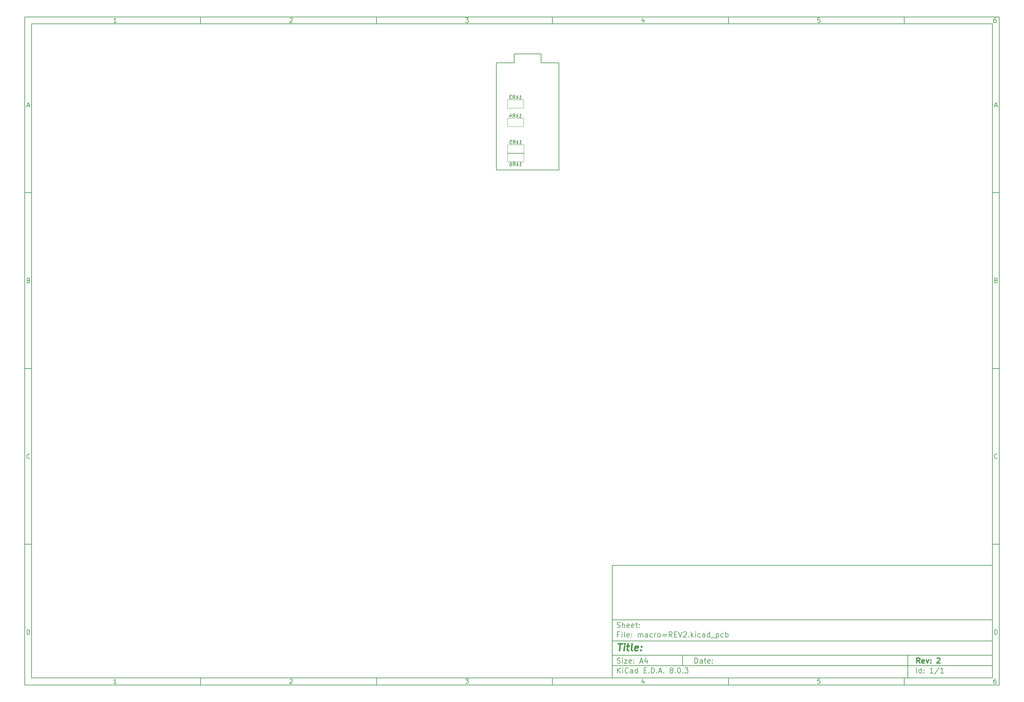
<source format=gbr>
%TF.GenerationSoftware,KiCad,Pcbnew,8.0.3*%
%TF.CreationDate,2024-06-20T00:33:24+02:00*%
%TF.ProjectId,macro=REV2,6d616372-6f3d-4524-9556-322e6b696361,2*%
%TF.SameCoordinates,Original*%
%TF.FileFunction,Legend,Bot*%
%TF.FilePolarity,Positive*%
%FSLAX46Y46*%
G04 Gerber Fmt 4.6, Leading zero omitted, Abs format (unit mm)*
G04 Created by KiCad (PCBNEW 8.0.3) date 2024-06-20 00:33:24*
%MOMM*%
%LPD*%
G01*
G04 APERTURE LIST*
%ADD10C,0.100000*%
%ADD11C,0.150000*%
%ADD12C,0.300000*%
%ADD13C,0.400000*%
%ADD14C,0.120000*%
G04 APERTURE END LIST*
D10*
D11*
X177002200Y-166007200D02*
X285002200Y-166007200D01*
X285002200Y-198007200D01*
X177002200Y-198007200D01*
X177002200Y-166007200D01*
D10*
D11*
X10000000Y-10000000D02*
X287002200Y-10000000D01*
X287002200Y-200007200D01*
X10000000Y-200007200D01*
X10000000Y-10000000D01*
D10*
D11*
X12000000Y-12000000D02*
X285002200Y-12000000D01*
X285002200Y-198007200D01*
X12000000Y-198007200D01*
X12000000Y-12000000D01*
D10*
D11*
X60000000Y-12000000D02*
X60000000Y-10000000D01*
D10*
D11*
X110000000Y-12000000D02*
X110000000Y-10000000D01*
D10*
D11*
X160000000Y-12000000D02*
X160000000Y-10000000D01*
D10*
D11*
X210000000Y-12000000D02*
X210000000Y-10000000D01*
D10*
D11*
X260000000Y-12000000D02*
X260000000Y-10000000D01*
D10*
D11*
X36089160Y-11593604D02*
X35346303Y-11593604D01*
X35717731Y-11593604D02*
X35717731Y-10293604D01*
X35717731Y-10293604D02*
X35593922Y-10479319D01*
X35593922Y-10479319D02*
X35470112Y-10603128D01*
X35470112Y-10603128D02*
X35346303Y-10665033D01*
D10*
D11*
X85346303Y-10417414D02*
X85408207Y-10355509D01*
X85408207Y-10355509D02*
X85532017Y-10293604D01*
X85532017Y-10293604D02*
X85841541Y-10293604D01*
X85841541Y-10293604D02*
X85965350Y-10355509D01*
X85965350Y-10355509D02*
X86027255Y-10417414D01*
X86027255Y-10417414D02*
X86089160Y-10541223D01*
X86089160Y-10541223D02*
X86089160Y-10665033D01*
X86089160Y-10665033D02*
X86027255Y-10850747D01*
X86027255Y-10850747D02*
X85284398Y-11593604D01*
X85284398Y-11593604D02*
X86089160Y-11593604D01*
D10*
D11*
X135284398Y-10293604D02*
X136089160Y-10293604D01*
X136089160Y-10293604D02*
X135655826Y-10788842D01*
X135655826Y-10788842D02*
X135841541Y-10788842D01*
X135841541Y-10788842D02*
X135965350Y-10850747D01*
X135965350Y-10850747D02*
X136027255Y-10912652D01*
X136027255Y-10912652D02*
X136089160Y-11036461D01*
X136089160Y-11036461D02*
X136089160Y-11345985D01*
X136089160Y-11345985D02*
X136027255Y-11469795D01*
X136027255Y-11469795D02*
X135965350Y-11531700D01*
X135965350Y-11531700D02*
X135841541Y-11593604D01*
X135841541Y-11593604D02*
X135470112Y-11593604D01*
X135470112Y-11593604D02*
X135346303Y-11531700D01*
X135346303Y-11531700D02*
X135284398Y-11469795D01*
D10*
D11*
X185965350Y-10726938D02*
X185965350Y-11593604D01*
X185655826Y-10231700D02*
X185346303Y-11160271D01*
X185346303Y-11160271D02*
X186151064Y-11160271D01*
D10*
D11*
X236027255Y-10293604D02*
X235408207Y-10293604D01*
X235408207Y-10293604D02*
X235346303Y-10912652D01*
X235346303Y-10912652D02*
X235408207Y-10850747D01*
X235408207Y-10850747D02*
X235532017Y-10788842D01*
X235532017Y-10788842D02*
X235841541Y-10788842D01*
X235841541Y-10788842D02*
X235965350Y-10850747D01*
X235965350Y-10850747D02*
X236027255Y-10912652D01*
X236027255Y-10912652D02*
X236089160Y-11036461D01*
X236089160Y-11036461D02*
X236089160Y-11345985D01*
X236089160Y-11345985D02*
X236027255Y-11469795D01*
X236027255Y-11469795D02*
X235965350Y-11531700D01*
X235965350Y-11531700D02*
X235841541Y-11593604D01*
X235841541Y-11593604D02*
X235532017Y-11593604D01*
X235532017Y-11593604D02*
X235408207Y-11531700D01*
X235408207Y-11531700D02*
X235346303Y-11469795D01*
D10*
D11*
X285965350Y-10293604D02*
X285717731Y-10293604D01*
X285717731Y-10293604D02*
X285593922Y-10355509D01*
X285593922Y-10355509D02*
X285532017Y-10417414D01*
X285532017Y-10417414D02*
X285408207Y-10603128D01*
X285408207Y-10603128D02*
X285346303Y-10850747D01*
X285346303Y-10850747D02*
X285346303Y-11345985D01*
X285346303Y-11345985D02*
X285408207Y-11469795D01*
X285408207Y-11469795D02*
X285470112Y-11531700D01*
X285470112Y-11531700D02*
X285593922Y-11593604D01*
X285593922Y-11593604D02*
X285841541Y-11593604D01*
X285841541Y-11593604D02*
X285965350Y-11531700D01*
X285965350Y-11531700D02*
X286027255Y-11469795D01*
X286027255Y-11469795D02*
X286089160Y-11345985D01*
X286089160Y-11345985D02*
X286089160Y-11036461D01*
X286089160Y-11036461D02*
X286027255Y-10912652D01*
X286027255Y-10912652D02*
X285965350Y-10850747D01*
X285965350Y-10850747D02*
X285841541Y-10788842D01*
X285841541Y-10788842D02*
X285593922Y-10788842D01*
X285593922Y-10788842D02*
X285470112Y-10850747D01*
X285470112Y-10850747D02*
X285408207Y-10912652D01*
X285408207Y-10912652D02*
X285346303Y-11036461D01*
D10*
D11*
X60000000Y-198007200D02*
X60000000Y-200007200D01*
D10*
D11*
X110000000Y-198007200D02*
X110000000Y-200007200D01*
D10*
D11*
X160000000Y-198007200D02*
X160000000Y-200007200D01*
D10*
D11*
X210000000Y-198007200D02*
X210000000Y-200007200D01*
D10*
D11*
X260000000Y-198007200D02*
X260000000Y-200007200D01*
D10*
D11*
X36089160Y-199600804D02*
X35346303Y-199600804D01*
X35717731Y-199600804D02*
X35717731Y-198300804D01*
X35717731Y-198300804D02*
X35593922Y-198486519D01*
X35593922Y-198486519D02*
X35470112Y-198610328D01*
X35470112Y-198610328D02*
X35346303Y-198672233D01*
D10*
D11*
X85346303Y-198424614D02*
X85408207Y-198362709D01*
X85408207Y-198362709D02*
X85532017Y-198300804D01*
X85532017Y-198300804D02*
X85841541Y-198300804D01*
X85841541Y-198300804D02*
X85965350Y-198362709D01*
X85965350Y-198362709D02*
X86027255Y-198424614D01*
X86027255Y-198424614D02*
X86089160Y-198548423D01*
X86089160Y-198548423D02*
X86089160Y-198672233D01*
X86089160Y-198672233D02*
X86027255Y-198857947D01*
X86027255Y-198857947D02*
X85284398Y-199600804D01*
X85284398Y-199600804D02*
X86089160Y-199600804D01*
D10*
D11*
X135284398Y-198300804D02*
X136089160Y-198300804D01*
X136089160Y-198300804D02*
X135655826Y-198796042D01*
X135655826Y-198796042D02*
X135841541Y-198796042D01*
X135841541Y-198796042D02*
X135965350Y-198857947D01*
X135965350Y-198857947D02*
X136027255Y-198919852D01*
X136027255Y-198919852D02*
X136089160Y-199043661D01*
X136089160Y-199043661D02*
X136089160Y-199353185D01*
X136089160Y-199353185D02*
X136027255Y-199476995D01*
X136027255Y-199476995D02*
X135965350Y-199538900D01*
X135965350Y-199538900D02*
X135841541Y-199600804D01*
X135841541Y-199600804D02*
X135470112Y-199600804D01*
X135470112Y-199600804D02*
X135346303Y-199538900D01*
X135346303Y-199538900D02*
X135284398Y-199476995D01*
D10*
D11*
X185965350Y-198734138D02*
X185965350Y-199600804D01*
X185655826Y-198238900D02*
X185346303Y-199167471D01*
X185346303Y-199167471D02*
X186151064Y-199167471D01*
D10*
D11*
X236027255Y-198300804D02*
X235408207Y-198300804D01*
X235408207Y-198300804D02*
X235346303Y-198919852D01*
X235346303Y-198919852D02*
X235408207Y-198857947D01*
X235408207Y-198857947D02*
X235532017Y-198796042D01*
X235532017Y-198796042D02*
X235841541Y-198796042D01*
X235841541Y-198796042D02*
X235965350Y-198857947D01*
X235965350Y-198857947D02*
X236027255Y-198919852D01*
X236027255Y-198919852D02*
X236089160Y-199043661D01*
X236089160Y-199043661D02*
X236089160Y-199353185D01*
X236089160Y-199353185D02*
X236027255Y-199476995D01*
X236027255Y-199476995D02*
X235965350Y-199538900D01*
X235965350Y-199538900D02*
X235841541Y-199600804D01*
X235841541Y-199600804D02*
X235532017Y-199600804D01*
X235532017Y-199600804D02*
X235408207Y-199538900D01*
X235408207Y-199538900D02*
X235346303Y-199476995D01*
D10*
D11*
X285965350Y-198300804D02*
X285717731Y-198300804D01*
X285717731Y-198300804D02*
X285593922Y-198362709D01*
X285593922Y-198362709D02*
X285532017Y-198424614D01*
X285532017Y-198424614D02*
X285408207Y-198610328D01*
X285408207Y-198610328D02*
X285346303Y-198857947D01*
X285346303Y-198857947D02*
X285346303Y-199353185D01*
X285346303Y-199353185D02*
X285408207Y-199476995D01*
X285408207Y-199476995D02*
X285470112Y-199538900D01*
X285470112Y-199538900D02*
X285593922Y-199600804D01*
X285593922Y-199600804D02*
X285841541Y-199600804D01*
X285841541Y-199600804D02*
X285965350Y-199538900D01*
X285965350Y-199538900D02*
X286027255Y-199476995D01*
X286027255Y-199476995D02*
X286089160Y-199353185D01*
X286089160Y-199353185D02*
X286089160Y-199043661D01*
X286089160Y-199043661D02*
X286027255Y-198919852D01*
X286027255Y-198919852D02*
X285965350Y-198857947D01*
X285965350Y-198857947D02*
X285841541Y-198796042D01*
X285841541Y-198796042D02*
X285593922Y-198796042D01*
X285593922Y-198796042D02*
X285470112Y-198857947D01*
X285470112Y-198857947D02*
X285408207Y-198919852D01*
X285408207Y-198919852D02*
X285346303Y-199043661D01*
D10*
D11*
X10000000Y-60000000D02*
X12000000Y-60000000D01*
D10*
D11*
X10000000Y-110000000D02*
X12000000Y-110000000D01*
D10*
D11*
X10000000Y-160000000D02*
X12000000Y-160000000D01*
D10*
D11*
X10690476Y-35222176D02*
X11309523Y-35222176D01*
X10566666Y-35593604D02*
X10999999Y-34293604D01*
X10999999Y-34293604D02*
X11433333Y-35593604D01*
D10*
D11*
X11092857Y-84912652D02*
X11278571Y-84974557D01*
X11278571Y-84974557D02*
X11340476Y-85036461D01*
X11340476Y-85036461D02*
X11402380Y-85160271D01*
X11402380Y-85160271D02*
X11402380Y-85345985D01*
X11402380Y-85345985D02*
X11340476Y-85469795D01*
X11340476Y-85469795D02*
X11278571Y-85531700D01*
X11278571Y-85531700D02*
X11154761Y-85593604D01*
X11154761Y-85593604D02*
X10659523Y-85593604D01*
X10659523Y-85593604D02*
X10659523Y-84293604D01*
X10659523Y-84293604D02*
X11092857Y-84293604D01*
X11092857Y-84293604D02*
X11216666Y-84355509D01*
X11216666Y-84355509D02*
X11278571Y-84417414D01*
X11278571Y-84417414D02*
X11340476Y-84541223D01*
X11340476Y-84541223D02*
X11340476Y-84665033D01*
X11340476Y-84665033D02*
X11278571Y-84788842D01*
X11278571Y-84788842D02*
X11216666Y-84850747D01*
X11216666Y-84850747D02*
X11092857Y-84912652D01*
X11092857Y-84912652D02*
X10659523Y-84912652D01*
D10*
D11*
X11402380Y-135469795D02*
X11340476Y-135531700D01*
X11340476Y-135531700D02*
X11154761Y-135593604D01*
X11154761Y-135593604D02*
X11030952Y-135593604D01*
X11030952Y-135593604D02*
X10845238Y-135531700D01*
X10845238Y-135531700D02*
X10721428Y-135407890D01*
X10721428Y-135407890D02*
X10659523Y-135284080D01*
X10659523Y-135284080D02*
X10597619Y-135036461D01*
X10597619Y-135036461D02*
X10597619Y-134850747D01*
X10597619Y-134850747D02*
X10659523Y-134603128D01*
X10659523Y-134603128D02*
X10721428Y-134479319D01*
X10721428Y-134479319D02*
X10845238Y-134355509D01*
X10845238Y-134355509D02*
X11030952Y-134293604D01*
X11030952Y-134293604D02*
X11154761Y-134293604D01*
X11154761Y-134293604D02*
X11340476Y-134355509D01*
X11340476Y-134355509D02*
X11402380Y-134417414D01*
D10*
D11*
X10659523Y-185593604D02*
X10659523Y-184293604D01*
X10659523Y-184293604D02*
X10969047Y-184293604D01*
X10969047Y-184293604D02*
X11154761Y-184355509D01*
X11154761Y-184355509D02*
X11278571Y-184479319D01*
X11278571Y-184479319D02*
X11340476Y-184603128D01*
X11340476Y-184603128D02*
X11402380Y-184850747D01*
X11402380Y-184850747D02*
X11402380Y-185036461D01*
X11402380Y-185036461D02*
X11340476Y-185284080D01*
X11340476Y-185284080D02*
X11278571Y-185407890D01*
X11278571Y-185407890D02*
X11154761Y-185531700D01*
X11154761Y-185531700D02*
X10969047Y-185593604D01*
X10969047Y-185593604D02*
X10659523Y-185593604D01*
D10*
D11*
X287002200Y-60000000D02*
X285002200Y-60000000D01*
D10*
D11*
X287002200Y-110000000D02*
X285002200Y-110000000D01*
D10*
D11*
X287002200Y-160000000D02*
X285002200Y-160000000D01*
D10*
D11*
X285692676Y-35222176D02*
X286311723Y-35222176D01*
X285568866Y-35593604D02*
X286002199Y-34293604D01*
X286002199Y-34293604D02*
X286435533Y-35593604D01*
D10*
D11*
X286095057Y-84912652D02*
X286280771Y-84974557D01*
X286280771Y-84974557D02*
X286342676Y-85036461D01*
X286342676Y-85036461D02*
X286404580Y-85160271D01*
X286404580Y-85160271D02*
X286404580Y-85345985D01*
X286404580Y-85345985D02*
X286342676Y-85469795D01*
X286342676Y-85469795D02*
X286280771Y-85531700D01*
X286280771Y-85531700D02*
X286156961Y-85593604D01*
X286156961Y-85593604D02*
X285661723Y-85593604D01*
X285661723Y-85593604D02*
X285661723Y-84293604D01*
X285661723Y-84293604D02*
X286095057Y-84293604D01*
X286095057Y-84293604D02*
X286218866Y-84355509D01*
X286218866Y-84355509D02*
X286280771Y-84417414D01*
X286280771Y-84417414D02*
X286342676Y-84541223D01*
X286342676Y-84541223D02*
X286342676Y-84665033D01*
X286342676Y-84665033D02*
X286280771Y-84788842D01*
X286280771Y-84788842D02*
X286218866Y-84850747D01*
X286218866Y-84850747D02*
X286095057Y-84912652D01*
X286095057Y-84912652D02*
X285661723Y-84912652D01*
D10*
D11*
X286404580Y-135469795D02*
X286342676Y-135531700D01*
X286342676Y-135531700D02*
X286156961Y-135593604D01*
X286156961Y-135593604D02*
X286033152Y-135593604D01*
X286033152Y-135593604D02*
X285847438Y-135531700D01*
X285847438Y-135531700D02*
X285723628Y-135407890D01*
X285723628Y-135407890D02*
X285661723Y-135284080D01*
X285661723Y-135284080D02*
X285599819Y-135036461D01*
X285599819Y-135036461D02*
X285599819Y-134850747D01*
X285599819Y-134850747D02*
X285661723Y-134603128D01*
X285661723Y-134603128D02*
X285723628Y-134479319D01*
X285723628Y-134479319D02*
X285847438Y-134355509D01*
X285847438Y-134355509D02*
X286033152Y-134293604D01*
X286033152Y-134293604D02*
X286156961Y-134293604D01*
X286156961Y-134293604D02*
X286342676Y-134355509D01*
X286342676Y-134355509D02*
X286404580Y-134417414D01*
D10*
D11*
X285661723Y-185593604D02*
X285661723Y-184293604D01*
X285661723Y-184293604D02*
X285971247Y-184293604D01*
X285971247Y-184293604D02*
X286156961Y-184355509D01*
X286156961Y-184355509D02*
X286280771Y-184479319D01*
X286280771Y-184479319D02*
X286342676Y-184603128D01*
X286342676Y-184603128D02*
X286404580Y-184850747D01*
X286404580Y-184850747D02*
X286404580Y-185036461D01*
X286404580Y-185036461D02*
X286342676Y-185284080D01*
X286342676Y-185284080D02*
X286280771Y-185407890D01*
X286280771Y-185407890D02*
X286156961Y-185531700D01*
X286156961Y-185531700D02*
X285971247Y-185593604D01*
X285971247Y-185593604D02*
X285661723Y-185593604D01*
D10*
D11*
X200458026Y-193793328D02*
X200458026Y-192293328D01*
X200458026Y-192293328D02*
X200815169Y-192293328D01*
X200815169Y-192293328D02*
X201029455Y-192364757D01*
X201029455Y-192364757D02*
X201172312Y-192507614D01*
X201172312Y-192507614D02*
X201243741Y-192650471D01*
X201243741Y-192650471D02*
X201315169Y-192936185D01*
X201315169Y-192936185D02*
X201315169Y-193150471D01*
X201315169Y-193150471D02*
X201243741Y-193436185D01*
X201243741Y-193436185D02*
X201172312Y-193579042D01*
X201172312Y-193579042D02*
X201029455Y-193721900D01*
X201029455Y-193721900D02*
X200815169Y-193793328D01*
X200815169Y-193793328D02*
X200458026Y-193793328D01*
X202600884Y-193793328D02*
X202600884Y-193007614D01*
X202600884Y-193007614D02*
X202529455Y-192864757D01*
X202529455Y-192864757D02*
X202386598Y-192793328D01*
X202386598Y-192793328D02*
X202100884Y-192793328D01*
X202100884Y-192793328D02*
X201958026Y-192864757D01*
X202600884Y-193721900D02*
X202458026Y-193793328D01*
X202458026Y-193793328D02*
X202100884Y-193793328D01*
X202100884Y-193793328D02*
X201958026Y-193721900D01*
X201958026Y-193721900D02*
X201886598Y-193579042D01*
X201886598Y-193579042D02*
X201886598Y-193436185D01*
X201886598Y-193436185D02*
X201958026Y-193293328D01*
X201958026Y-193293328D02*
X202100884Y-193221900D01*
X202100884Y-193221900D02*
X202458026Y-193221900D01*
X202458026Y-193221900D02*
X202600884Y-193150471D01*
X203100884Y-192793328D02*
X203672312Y-192793328D01*
X203315169Y-192293328D02*
X203315169Y-193579042D01*
X203315169Y-193579042D02*
X203386598Y-193721900D01*
X203386598Y-193721900D02*
X203529455Y-193793328D01*
X203529455Y-193793328D02*
X203672312Y-193793328D01*
X204743741Y-193721900D02*
X204600884Y-193793328D01*
X204600884Y-193793328D02*
X204315170Y-193793328D01*
X204315170Y-193793328D02*
X204172312Y-193721900D01*
X204172312Y-193721900D02*
X204100884Y-193579042D01*
X204100884Y-193579042D02*
X204100884Y-193007614D01*
X204100884Y-193007614D02*
X204172312Y-192864757D01*
X204172312Y-192864757D02*
X204315170Y-192793328D01*
X204315170Y-192793328D02*
X204600884Y-192793328D01*
X204600884Y-192793328D02*
X204743741Y-192864757D01*
X204743741Y-192864757D02*
X204815170Y-193007614D01*
X204815170Y-193007614D02*
X204815170Y-193150471D01*
X204815170Y-193150471D02*
X204100884Y-193293328D01*
X205458026Y-193650471D02*
X205529455Y-193721900D01*
X205529455Y-193721900D02*
X205458026Y-193793328D01*
X205458026Y-193793328D02*
X205386598Y-193721900D01*
X205386598Y-193721900D02*
X205458026Y-193650471D01*
X205458026Y-193650471D02*
X205458026Y-193793328D01*
X205458026Y-192864757D02*
X205529455Y-192936185D01*
X205529455Y-192936185D02*
X205458026Y-193007614D01*
X205458026Y-193007614D02*
X205386598Y-192936185D01*
X205386598Y-192936185D02*
X205458026Y-192864757D01*
X205458026Y-192864757D02*
X205458026Y-193007614D01*
D10*
D11*
X177002200Y-194507200D02*
X285002200Y-194507200D01*
D10*
D11*
X178458026Y-196593328D02*
X178458026Y-195093328D01*
X179315169Y-196593328D02*
X178672312Y-195736185D01*
X179315169Y-195093328D02*
X178458026Y-195950471D01*
X179958026Y-196593328D02*
X179958026Y-195593328D01*
X179958026Y-195093328D02*
X179886598Y-195164757D01*
X179886598Y-195164757D02*
X179958026Y-195236185D01*
X179958026Y-195236185D02*
X180029455Y-195164757D01*
X180029455Y-195164757D02*
X179958026Y-195093328D01*
X179958026Y-195093328D02*
X179958026Y-195236185D01*
X181529455Y-196450471D02*
X181458027Y-196521900D01*
X181458027Y-196521900D02*
X181243741Y-196593328D01*
X181243741Y-196593328D02*
X181100884Y-196593328D01*
X181100884Y-196593328D02*
X180886598Y-196521900D01*
X180886598Y-196521900D02*
X180743741Y-196379042D01*
X180743741Y-196379042D02*
X180672312Y-196236185D01*
X180672312Y-196236185D02*
X180600884Y-195950471D01*
X180600884Y-195950471D02*
X180600884Y-195736185D01*
X180600884Y-195736185D02*
X180672312Y-195450471D01*
X180672312Y-195450471D02*
X180743741Y-195307614D01*
X180743741Y-195307614D02*
X180886598Y-195164757D01*
X180886598Y-195164757D02*
X181100884Y-195093328D01*
X181100884Y-195093328D02*
X181243741Y-195093328D01*
X181243741Y-195093328D02*
X181458027Y-195164757D01*
X181458027Y-195164757D02*
X181529455Y-195236185D01*
X182815170Y-196593328D02*
X182815170Y-195807614D01*
X182815170Y-195807614D02*
X182743741Y-195664757D01*
X182743741Y-195664757D02*
X182600884Y-195593328D01*
X182600884Y-195593328D02*
X182315170Y-195593328D01*
X182315170Y-195593328D02*
X182172312Y-195664757D01*
X182815170Y-196521900D02*
X182672312Y-196593328D01*
X182672312Y-196593328D02*
X182315170Y-196593328D01*
X182315170Y-196593328D02*
X182172312Y-196521900D01*
X182172312Y-196521900D02*
X182100884Y-196379042D01*
X182100884Y-196379042D02*
X182100884Y-196236185D01*
X182100884Y-196236185D02*
X182172312Y-196093328D01*
X182172312Y-196093328D02*
X182315170Y-196021900D01*
X182315170Y-196021900D02*
X182672312Y-196021900D01*
X182672312Y-196021900D02*
X182815170Y-195950471D01*
X184172313Y-196593328D02*
X184172313Y-195093328D01*
X184172313Y-196521900D02*
X184029455Y-196593328D01*
X184029455Y-196593328D02*
X183743741Y-196593328D01*
X183743741Y-196593328D02*
X183600884Y-196521900D01*
X183600884Y-196521900D02*
X183529455Y-196450471D01*
X183529455Y-196450471D02*
X183458027Y-196307614D01*
X183458027Y-196307614D02*
X183458027Y-195879042D01*
X183458027Y-195879042D02*
X183529455Y-195736185D01*
X183529455Y-195736185D02*
X183600884Y-195664757D01*
X183600884Y-195664757D02*
X183743741Y-195593328D01*
X183743741Y-195593328D02*
X184029455Y-195593328D01*
X184029455Y-195593328D02*
X184172313Y-195664757D01*
X186029455Y-195807614D02*
X186529455Y-195807614D01*
X186743741Y-196593328D02*
X186029455Y-196593328D01*
X186029455Y-196593328D02*
X186029455Y-195093328D01*
X186029455Y-195093328D02*
X186743741Y-195093328D01*
X187386598Y-196450471D02*
X187458027Y-196521900D01*
X187458027Y-196521900D02*
X187386598Y-196593328D01*
X187386598Y-196593328D02*
X187315170Y-196521900D01*
X187315170Y-196521900D02*
X187386598Y-196450471D01*
X187386598Y-196450471D02*
X187386598Y-196593328D01*
X188100884Y-196593328D02*
X188100884Y-195093328D01*
X188100884Y-195093328D02*
X188458027Y-195093328D01*
X188458027Y-195093328D02*
X188672313Y-195164757D01*
X188672313Y-195164757D02*
X188815170Y-195307614D01*
X188815170Y-195307614D02*
X188886599Y-195450471D01*
X188886599Y-195450471D02*
X188958027Y-195736185D01*
X188958027Y-195736185D02*
X188958027Y-195950471D01*
X188958027Y-195950471D02*
X188886599Y-196236185D01*
X188886599Y-196236185D02*
X188815170Y-196379042D01*
X188815170Y-196379042D02*
X188672313Y-196521900D01*
X188672313Y-196521900D02*
X188458027Y-196593328D01*
X188458027Y-196593328D02*
X188100884Y-196593328D01*
X189600884Y-196450471D02*
X189672313Y-196521900D01*
X189672313Y-196521900D02*
X189600884Y-196593328D01*
X189600884Y-196593328D02*
X189529456Y-196521900D01*
X189529456Y-196521900D02*
X189600884Y-196450471D01*
X189600884Y-196450471D02*
X189600884Y-196593328D01*
X190243742Y-196164757D02*
X190958028Y-196164757D01*
X190100885Y-196593328D02*
X190600885Y-195093328D01*
X190600885Y-195093328D02*
X191100885Y-196593328D01*
X191600884Y-196450471D02*
X191672313Y-196521900D01*
X191672313Y-196521900D02*
X191600884Y-196593328D01*
X191600884Y-196593328D02*
X191529456Y-196521900D01*
X191529456Y-196521900D02*
X191600884Y-196450471D01*
X191600884Y-196450471D02*
X191600884Y-196593328D01*
X193672313Y-195736185D02*
X193529456Y-195664757D01*
X193529456Y-195664757D02*
X193458027Y-195593328D01*
X193458027Y-195593328D02*
X193386599Y-195450471D01*
X193386599Y-195450471D02*
X193386599Y-195379042D01*
X193386599Y-195379042D02*
X193458027Y-195236185D01*
X193458027Y-195236185D02*
X193529456Y-195164757D01*
X193529456Y-195164757D02*
X193672313Y-195093328D01*
X193672313Y-195093328D02*
X193958027Y-195093328D01*
X193958027Y-195093328D02*
X194100885Y-195164757D01*
X194100885Y-195164757D02*
X194172313Y-195236185D01*
X194172313Y-195236185D02*
X194243742Y-195379042D01*
X194243742Y-195379042D02*
X194243742Y-195450471D01*
X194243742Y-195450471D02*
X194172313Y-195593328D01*
X194172313Y-195593328D02*
X194100885Y-195664757D01*
X194100885Y-195664757D02*
X193958027Y-195736185D01*
X193958027Y-195736185D02*
X193672313Y-195736185D01*
X193672313Y-195736185D02*
X193529456Y-195807614D01*
X193529456Y-195807614D02*
X193458027Y-195879042D01*
X193458027Y-195879042D02*
X193386599Y-196021900D01*
X193386599Y-196021900D02*
X193386599Y-196307614D01*
X193386599Y-196307614D02*
X193458027Y-196450471D01*
X193458027Y-196450471D02*
X193529456Y-196521900D01*
X193529456Y-196521900D02*
X193672313Y-196593328D01*
X193672313Y-196593328D02*
X193958027Y-196593328D01*
X193958027Y-196593328D02*
X194100885Y-196521900D01*
X194100885Y-196521900D02*
X194172313Y-196450471D01*
X194172313Y-196450471D02*
X194243742Y-196307614D01*
X194243742Y-196307614D02*
X194243742Y-196021900D01*
X194243742Y-196021900D02*
X194172313Y-195879042D01*
X194172313Y-195879042D02*
X194100885Y-195807614D01*
X194100885Y-195807614D02*
X193958027Y-195736185D01*
X194886598Y-196450471D02*
X194958027Y-196521900D01*
X194958027Y-196521900D02*
X194886598Y-196593328D01*
X194886598Y-196593328D02*
X194815170Y-196521900D01*
X194815170Y-196521900D02*
X194886598Y-196450471D01*
X194886598Y-196450471D02*
X194886598Y-196593328D01*
X195886599Y-195093328D02*
X196029456Y-195093328D01*
X196029456Y-195093328D02*
X196172313Y-195164757D01*
X196172313Y-195164757D02*
X196243742Y-195236185D01*
X196243742Y-195236185D02*
X196315170Y-195379042D01*
X196315170Y-195379042D02*
X196386599Y-195664757D01*
X196386599Y-195664757D02*
X196386599Y-196021900D01*
X196386599Y-196021900D02*
X196315170Y-196307614D01*
X196315170Y-196307614D02*
X196243742Y-196450471D01*
X196243742Y-196450471D02*
X196172313Y-196521900D01*
X196172313Y-196521900D02*
X196029456Y-196593328D01*
X196029456Y-196593328D02*
X195886599Y-196593328D01*
X195886599Y-196593328D02*
X195743742Y-196521900D01*
X195743742Y-196521900D02*
X195672313Y-196450471D01*
X195672313Y-196450471D02*
X195600884Y-196307614D01*
X195600884Y-196307614D02*
X195529456Y-196021900D01*
X195529456Y-196021900D02*
X195529456Y-195664757D01*
X195529456Y-195664757D02*
X195600884Y-195379042D01*
X195600884Y-195379042D02*
X195672313Y-195236185D01*
X195672313Y-195236185D02*
X195743742Y-195164757D01*
X195743742Y-195164757D02*
X195886599Y-195093328D01*
X197029455Y-196450471D02*
X197100884Y-196521900D01*
X197100884Y-196521900D02*
X197029455Y-196593328D01*
X197029455Y-196593328D02*
X196958027Y-196521900D01*
X196958027Y-196521900D02*
X197029455Y-196450471D01*
X197029455Y-196450471D02*
X197029455Y-196593328D01*
X197600884Y-195093328D02*
X198529456Y-195093328D01*
X198529456Y-195093328D02*
X198029456Y-195664757D01*
X198029456Y-195664757D02*
X198243741Y-195664757D01*
X198243741Y-195664757D02*
X198386599Y-195736185D01*
X198386599Y-195736185D02*
X198458027Y-195807614D01*
X198458027Y-195807614D02*
X198529456Y-195950471D01*
X198529456Y-195950471D02*
X198529456Y-196307614D01*
X198529456Y-196307614D02*
X198458027Y-196450471D01*
X198458027Y-196450471D02*
X198386599Y-196521900D01*
X198386599Y-196521900D02*
X198243741Y-196593328D01*
X198243741Y-196593328D02*
X197815170Y-196593328D01*
X197815170Y-196593328D02*
X197672313Y-196521900D01*
X197672313Y-196521900D02*
X197600884Y-196450471D01*
D10*
D11*
X177002200Y-191507200D02*
X285002200Y-191507200D01*
D10*
D12*
X264413853Y-193785528D02*
X263913853Y-193071242D01*
X263556710Y-193785528D02*
X263556710Y-192285528D01*
X263556710Y-192285528D02*
X264128139Y-192285528D01*
X264128139Y-192285528D02*
X264270996Y-192356957D01*
X264270996Y-192356957D02*
X264342425Y-192428385D01*
X264342425Y-192428385D02*
X264413853Y-192571242D01*
X264413853Y-192571242D02*
X264413853Y-192785528D01*
X264413853Y-192785528D02*
X264342425Y-192928385D01*
X264342425Y-192928385D02*
X264270996Y-192999814D01*
X264270996Y-192999814D02*
X264128139Y-193071242D01*
X264128139Y-193071242D02*
X263556710Y-193071242D01*
X265628139Y-193714100D02*
X265485282Y-193785528D01*
X265485282Y-193785528D02*
X265199568Y-193785528D01*
X265199568Y-193785528D02*
X265056710Y-193714100D01*
X265056710Y-193714100D02*
X264985282Y-193571242D01*
X264985282Y-193571242D02*
X264985282Y-192999814D01*
X264985282Y-192999814D02*
X265056710Y-192856957D01*
X265056710Y-192856957D02*
X265199568Y-192785528D01*
X265199568Y-192785528D02*
X265485282Y-192785528D01*
X265485282Y-192785528D02*
X265628139Y-192856957D01*
X265628139Y-192856957D02*
X265699568Y-192999814D01*
X265699568Y-192999814D02*
X265699568Y-193142671D01*
X265699568Y-193142671D02*
X264985282Y-193285528D01*
X266199567Y-192785528D02*
X266556710Y-193785528D01*
X266556710Y-193785528D02*
X266913853Y-192785528D01*
X267485281Y-193642671D02*
X267556710Y-193714100D01*
X267556710Y-193714100D02*
X267485281Y-193785528D01*
X267485281Y-193785528D02*
X267413853Y-193714100D01*
X267413853Y-193714100D02*
X267485281Y-193642671D01*
X267485281Y-193642671D02*
X267485281Y-193785528D01*
X267485281Y-192856957D02*
X267556710Y-192928385D01*
X267556710Y-192928385D02*
X267485281Y-192999814D01*
X267485281Y-192999814D02*
X267413853Y-192928385D01*
X267413853Y-192928385D02*
X267485281Y-192856957D01*
X267485281Y-192856957D02*
X267485281Y-192999814D01*
X269270996Y-192428385D02*
X269342424Y-192356957D01*
X269342424Y-192356957D02*
X269485282Y-192285528D01*
X269485282Y-192285528D02*
X269842424Y-192285528D01*
X269842424Y-192285528D02*
X269985282Y-192356957D01*
X269985282Y-192356957D02*
X270056710Y-192428385D01*
X270056710Y-192428385D02*
X270128139Y-192571242D01*
X270128139Y-192571242D02*
X270128139Y-192714100D01*
X270128139Y-192714100D02*
X270056710Y-192928385D01*
X270056710Y-192928385D02*
X269199567Y-193785528D01*
X269199567Y-193785528D02*
X270128139Y-193785528D01*
D10*
D11*
X178386598Y-193721900D02*
X178600884Y-193793328D01*
X178600884Y-193793328D02*
X178958026Y-193793328D01*
X178958026Y-193793328D02*
X179100884Y-193721900D01*
X179100884Y-193721900D02*
X179172312Y-193650471D01*
X179172312Y-193650471D02*
X179243741Y-193507614D01*
X179243741Y-193507614D02*
X179243741Y-193364757D01*
X179243741Y-193364757D02*
X179172312Y-193221900D01*
X179172312Y-193221900D02*
X179100884Y-193150471D01*
X179100884Y-193150471D02*
X178958026Y-193079042D01*
X178958026Y-193079042D02*
X178672312Y-193007614D01*
X178672312Y-193007614D02*
X178529455Y-192936185D01*
X178529455Y-192936185D02*
X178458026Y-192864757D01*
X178458026Y-192864757D02*
X178386598Y-192721900D01*
X178386598Y-192721900D02*
X178386598Y-192579042D01*
X178386598Y-192579042D02*
X178458026Y-192436185D01*
X178458026Y-192436185D02*
X178529455Y-192364757D01*
X178529455Y-192364757D02*
X178672312Y-192293328D01*
X178672312Y-192293328D02*
X179029455Y-192293328D01*
X179029455Y-192293328D02*
X179243741Y-192364757D01*
X179886597Y-193793328D02*
X179886597Y-192793328D01*
X179886597Y-192293328D02*
X179815169Y-192364757D01*
X179815169Y-192364757D02*
X179886597Y-192436185D01*
X179886597Y-192436185D02*
X179958026Y-192364757D01*
X179958026Y-192364757D02*
X179886597Y-192293328D01*
X179886597Y-192293328D02*
X179886597Y-192436185D01*
X180458026Y-192793328D02*
X181243741Y-192793328D01*
X181243741Y-192793328D02*
X180458026Y-193793328D01*
X180458026Y-193793328D02*
X181243741Y-193793328D01*
X182386598Y-193721900D02*
X182243741Y-193793328D01*
X182243741Y-193793328D02*
X181958027Y-193793328D01*
X181958027Y-193793328D02*
X181815169Y-193721900D01*
X181815169Y-193721900D02*
X181743741Y-193579042D01*
X181743741Y-193579042D02*
X181743741Y-193007614D01*
X181743741Y-193007614D02*
X181815169Y-192864757D01*
X181815169Y-192864757D02*
X181958027Y-192793328D01*
X181958027Y-192793328D02*
X182243741Y-192793328D01*
X182243741Y-192793328D02*
X182386598Y-192864757D01*
X182386598Y-192864757D02*
X182458027Y-193007614D01*
X182458027Y-193007614D02*
X182458027Y-193150471D01*
X182458027Y-193150471D02*
X181743741Y-193293328D01*
X183100883Y-193650471D02*
X183172312Y-193721900D01*
X183172312Y-193721900D02*
X183100883Y-193793328D01*
X183100883Y-193793328D02*
X183029455Y-193721900D01*
X183029455Y-193721900D02*
X183100883Y-193650471D01*
X183100883Y-193650471D02*
X183100883Y-193793328D01*
X183100883Y-192864757D02*
X183172312Y-192936185D01*
X183172312Y-192936185D02*
X183100883Y-193007614D01*
X183100883Y-193007614D02*
X183029455Y-192936185D01*
X183029455Y-192936185D02*
X183100883Y-192864757D01*
X183100883Y-192864757D02*
X183100883Y-193007614D01*
X184886598Y-193364757D02*
X185600884Y-193364757D01*
X184743741Y-193793328D02*
X185243741Y-192293328D01*
X185243741Y-192293328D02*
X185743741Y-193793328D01*
X186886598Y-192793328D02*
X186886598Y-193793328D01*
X186529455Y-192221900D02*
X186172312Y-193293328D01*
X186172312Y-193293328D02*
X187100883Y-193293328D01*
D10*
D11*
X263458026Y-196593328D02*
X263458026Y-195093328D01*
X264815170Y-196593328D02*
X264815170Y-195093328D01*
X264815170Y-196521900D02*
X264672312Y-196593328D01*
X264672312Y-196593328D02*
X264386598Y-196593328D01*
X264386598Y-196593328D02*
X264243741Y-196521900D01*
X264243741Y-196521900D02*
X264172312Y-196450471D01*
X264172312Y-196450471D02*
X264100884Y-196307614D01*
X264100884Y-196307614D02*
X264100884Y-195879042D01*
X264100884Y-195879042D02*
X264172312Y-195736185D01*
X264172312Y-195736185D02*
X264243741Y-195664757D01*
X264243741Y-195664757D02*
X264386598Y-195593328D01*
X264386598Y-195593328D02*
X264672312Y-195593328D01*
X264672312Y-195593328D02*
X264815170Y-195664757D01*
X265529455Y-196450471D02*
X265600884Y-196521900D01*
X265600884Y-196521900D02*
X265529455Y-196593328D01*
X265529455Y-196593328D02*
X265458027Y-196521900D01*
X265458027Y-196521900D02*
X265529455Y-196450471D01*
X265529455Y-196450471D02*
X265529455Y-196593328D01*
X265529455Y-195664757D02*
X265600884Y-195736185D01*
X265600884Y-195736185D02*
X265529455Y-195807614D01*
X265529455Y-195807614D02*
X265458027Y-195736185D01*
X265458027Y-195736185D02*
X265529455Y-195664757D01*
X265529455Y-195664757D02*
X265529455Y-195807614D01*
X268172313Y-196593328D02*
X267315170Y-196593328D01*
X267743741Y-196593328D02*
X267743741Y-195093328D01*
X267743741Y-195093328D02*
X267600884Y-195307614D01*
X267600884Y-195307614D02*
X267458027Y-195450471D01*
X267458027Y-195450471D02*
X267315170Y-195521900D01*
X269886598Y-195021900D02*
X268600884Y-196950471D01*
X271172313Y-196593328D02*
X270315170Y-196593328D01*
X270743741Y-196593328D02*
X270743741Y-195093328D01*
X270743741Y-195093328D02*
X270600884Y-195307614D01*
X270600884Y-195307614D02*
X270458027Y-195450471D01*
X270458027Y-195450471D02*
X270315170Y-195521900D01*
D10*
D11*
X177002200Y-187507200D02*
X285002200Y-187507200D01*
D10*
D13*
X178693928Y-188211638D02*
X179836785Y-188211638D01*
X179015357Y-190211638D02*
X179265357Y-188211638D01*
X180253452Y-190211638D02*
X180420119Y-188878304D01*
X180503452Y-188211638D02*
X180396309Y-188306876D01*
X180396309Y-188306876D02*
X180479643Y-188402114D01*
X180479643Y-188402114D02*
X180586786Y-188306876D01*
X180586786Y-188306876D02*
X180503452Y-188211638D01*
X180503452Y-188211638D02*
X180479643Y-188402114D01*
X181086786Y-188878304D02*
X181848690Y-188878304D01*
X181455833Y-188211638D02*
X181241548Y-189925923D01*
X181241548Y-189925923D02*
X181312976Y-190116400D01*
X181312976Y-190116400D02*
X181491548Y-190211638D01*
X181491548Y-190211638D02*
X181682024Y-190211638D01*
X182634405Y-190211638D02*
X182455833Y-190116400D01*
X182455833Y-190116400D02*
X182384405Y-189925923D01*
X182384405Y-189925923D02*
X182598690Y-188211638D01*
X184170119Y-190116400D02*
X183967738Y-190211638D01*
X183967738Y-190211638D02*
X183586785Y-190211638D01*
X183586785Y-190211638D02*
X183408214Y-190116400D01*
X183408214Y-190116400D02*
X183336785Y-189925923D01*
X183336785Y-189925923D02*
X183432024Y-189164019D01*
X183432024Y-189164019D02*
X183551071Y-188973542D01*
X183551071Y-188973542D02*
X183753452Y-188878304D01*
X183753452Y-188878304D02*
X184134404Y-188878304D01*
X184134404Y-188878304D02*
X184312976Y-188973542D01*
X184312976Y-188973542D02*
X184384404Y-189164019D01*
X184384404Y-189164019D02*
X184360595Y-189354495D01*
X184360595Y-189354495D02*
X183384404Y-189544971D01*
X185134405Y-190021161D02*
X185217738Y-190116400D01*
X185217738Y-190116400D02*
X185110595Y-190211638D01*
X185110595Y-190211638D02*
X185027262Y-190116400D01*
X185027262Y-190116400D02*
X185134405Y-190021161D01*
X185134405Y-190021161D02*
X185110595Y-190211638D01*
X185265357Y-188973542D02*
X185348690Y-189068780D01*
X185348690Y-189068780D02*
X185241548Y-189164019D01*
X185241548Y-189164019D02*
X185158214Y-189068780D01*
X185158214Y-189068780D02*
X185265357Y-188973542D01*
X185265357Y-188973542D02*
X185241548Y-189164019D01*
D10*
D11*
X178958026Y-185607614D02*
X178458026Y-185607614D01*
X178458026Y-186393328D02*
X178458026Y-184893328D01*
X178458026Y-184893328D02*
X179172312Y-184893328D01*
X179743740Y-186393328D02*
X179743740Y-185393328D01*
X179743740Y-184893328D02*
X179672312Y-184964757D01*
X179672312Y-184964757D02*
X179743740Y-185036185D01*
X179743740Y-185036185D02*
X179815169Y-184964757D01*
X179815169Y-184964757D02*
X179743740Y-184893328D01*
X179743740Y-184893328D02*
X179743740Y-185036185D01*
X180672312Y-186393328D02*
X180529455Y-186321900D01*
X180529455Y-186321900D02*
X180458026Y-186179042D01*
X180458026Y-186179042D02*
X180458026Y-184893328D01*
X181815169Y-186321900D02*
X181672312Y-186393328D01*
X181672312Y-186393328D02*
X181386598Y-186393328D01*
X181386598Y-186393328D02*
X181243740Y-186321900D01*
X181243740Y-186321900D02*
X181172312Y-186179042D01*
X181172312Y-186179042D02*
X181172312Y-185607614D01*
X181172312Y-185607614D02*
X181243740Y-185464757D01*
X181243740Y-185464757D02*
X181386598Y-185393328D01*
X181386598Y-185393328D02*
X181672312Y-185393328D01*
X181672312Y-185393328D02*
X181815169Y-185464757D01*
X181815169Y-185464757D02*
X181886598Y-185607614D01*
X181886598Y-185607614D02*
X181886598Y-185750471D01*
X181886598Y-185750471D02*
X181172312Y-185893328D01*
X182529454Y-186250471D02*
X182600883Y-186321900D01*
X182600883Y-186321900D02*
X182529454Y-186393328D01*
X182529454Y-186393328D02*
X182458026Y-186321900D01*
X182458026Y-186321900D02*
X182529454Y-186250471D01*
X182529454Y-186250471D02*
X182529454Y-186393328D01*
X182529454Y-185464757D02*
X182600883Y-185536185D01*
X182600883Y-185536185D02*
X182529454Y-185607614D01*
X182529454Y-185607614D02*
X182458026Y-185536185D01*
X182458026Y-185536185D02*
X182529454Y-185464757D01*
X182529454Y-185464757D02*
X182529454Y-185607614D01*
X184386597Y-186393328D02*
X184386597Y-185393328D01*
X184386597Y-185536185D02*
X184458026Y-185464757D01*
X184458026Y-185464757D02*
X184600883Y-185393328D01*
X184600883Y-185393328D02*
X184815169Y-185393328D01*
X184815169Y-185393328D02*
X184958026Y-185464757D01*
X184958026Y-185464757D02*
X185029455Y-185607614D01*
X185029455Y-185607614D02*
X185029455Y-186393328D01*
X185029455Y-185607614D02*
X185100883Y-185464757D01*
X185100883Y-185464757D02*
X185243740Y-185393328D01*
X185243740Y-185393328D02*
X185458026Y-185393328D01*
X185458026Y-185393328D02*
X185600883Y-185464757D01*
X185600883Y-185464757D02*
X185672312Y-185607614D01*
X185672312Y-185607614D02*
X185672312Y-186393328D01*
X187029455Y-186393328D02*
X187029455Y-185607614D01*
X187029455Y-185607614D02*
X186958026Y-185464757D01*
X186958026Y-185464757D02*
X186815169Y-185393328D01*
X186815169Y-185393328D02*
X186529455Y-185393328D01*
X186529455Y-185393328D02*
X186386597Y-185464757D01*
X187029455Y-186321900D02*
X186886597Y-186393328D01*
X186886597Y-186393328D02*
X186529455Y-186393328D01*
X186529455Y-186393328D02*
X186386597Y-186321900D01*
X186386597Y-186321900D02*
X186315169Y-186179042D01*
X186315169Y-186179042D02*
X186315169Y-186036185D01*
X186315169Y-186036185D02*
X186386597Y-185893328D01*
X186386597Y-185893328D02*
X186529455Y-185821900D01*
X186529455Y-185821900D02*
X186886597Y-185821900D01*
X186886597Y-185821900D02*
X187029455Y-185750471D01*
X188386598Y-186321900D02*
X188243740Y-186393328D01*
X188243740Y-186393328D02*
X187958026Y-186393328D01*
X187958026Y-186393328D02*
X187815169Y-186321900D01*
X187815169Y-186321900D02*
X187743740Y-186250471D01*
X187743740Y-186250471D02*
X187672312Y-186107614D01*
X187672312Y-186107614D02*
X187672312Y-185679042D01*
X187672312Y-185679042D02*
X187743740Y-185536185D01*
X187743740Y-185536185D02*
X187815169Y-185464757D01*
X187815169Y-185464757D02*
X187958026Y-185393328D01*
X187958026Y-185393328D02*
X188243740Y-185393328D01*
X188243740Y-185393328D02*
X188386598Y-185464757D01*
X189029454Y-186393328D02*
X189029454Y-185393328D01*
X189029454Y-185679042D02*
X189100883Y-185536185D01*
X189100883Y-185536185D02*
X189172312Y-185464757D01*
X189172312Y-185464757D02*
X189315169Y-185393328D01*
X189315169Y-185393328D02*
X189458026Y-185393328D01*
X190172311Y-186393328D02*
X190029454Y-186321900D01*
X190029454Y-186321900D02*
X189958025Y-186250471D01*
X189958025Y-186250471D02*
X189886597Y-186107614D01*
X189886597Y-186107614D02*
X189886597Y-185679042D01*
X189886597Y-185679042D02*
X189958025Y-185536185D01*
X189958025Y-185536185D02*
X190029454Y-185464757D01*
X190029454Y-185464757D02*
X190172311Y-185393328D01*
X190172311Y-185393328D02*
X190386597Y-185393328D01*
X190386597Y-185393328D02*
X190529454Y-185464757D01*
X190529454Y-185464757D02*
X190600883Y-185536185D01*
X190600883Y-185536185D02*
X190672311Y-185679042D01*
X190672311Y-185679042D02*
X190672311Y-186107614D01*
X190672311Y-186107614D02*
X190600883Y-186250471D01*
X190600883Y-186250471D02*
X190529454Y-186321900D01*
X190529454Y-186321900D02*
X190386597Y-186393328D01*
X190386597Y-186393328D02*
X190172311Y-186393328D01*
X191315168Y-185607614D02*
X192458026Y-185607614D01*
X192458026Y-186036185D02*
X191315168Y-186036185D01*
X194029454Y-186393328D02*
X193529454Y-185679042D01*
X193172311Y-186393328D02*
X193172311Y-184893328D01*
X193172311Y-184893328D02*
X193743740Y-184893328D01*
X193743740Y-184893328D02*
X193886597Y-184964757D01*
X193886597Y-184964757D02*
X193958026Y-185036185D01*
X193958026Y-185036185D02*
X194029454Y-185179042D01*
X194029454Y-185179042D02*
X194029454Y-185393328D01*
X194029454Y-185393328D02*
X193958026Y-185536185D01*
X193958026Y-185536185D02*
X193886597Y-185607614D01*
X193886597Y-185607614D02*
X193743740Y-185679042D01*
X193743740Y-185679042D02*
X193172311Y-185679042D01*
X194672311Y-185607614D02*
X195172311Y-185607614D01*
X195386597Y-186393328D02*
X194672311Y-186393328D01*
X194672311Y-186393328D02*
X194672311Y-184893328D01*
X194672311Y-184893328D02*
X195386597Y-184893328D01*
X195815169Y-184893328D02*
X196315169Y-186393328D01*
X196315169Y-186393328D02*
X196815169Y-184893328D01*
X197243740Y-185036185D02*
X197315168Y-184964757D01*
X197315168Y-184964757D02*
X197458026Y-184893328D01*
X197458026Y-184893328D02*
X197815168Y-184893328D01*
X197815168Y-184893328D02*
X197958026Y-184964757D01*
X197958026Y-184964757D02*
X198029454Y-185036185D01*
X198029454Y-185036185D02*
X198100883Y-185179042D01*
X198100883Y-185179042D02*
X198100883Y-185321900D01*
X198100883Y-185321900D02*
X198029454Y-185536185D01*
X198029454Y-185536185D02*
X197172311Y-186393328D01*
X197172311Y-186393328D02*
X198100883Y-186393328D01*
X198743739Y-186250471D02*
X198815168Y-186321900D01*
X198815168Y-186321900D02*
X198743739Y-186393328D01*
X198743739Y-186393328D02*
X198672311Y-186321900D01*
X198672311Y-186321900D02*
X198743739Y-186250471D01*
X198743739Y-186250471D02*
X198743739Y-186393328D01*
X199458025Y-186393328D02*
X199458025Y-184893328D01*
X199600883Y-185821900D02*
X200029454Y-186393328D01*
X200029454Y-185393328D02*
X199458025Y-185964757D01*
X200672311Y-186393328D02*
X200672311Y-185393328D01*
X200672311Y-184893328D02*
X200600883Y-184964757D01*
X200600883Y-184964757D02*
X200672311Y-185036185D01*
X200672311Y-185036185D02*
X200743740Y-184964757D01*
X200743740Y-184964757D02*
X200672311Y-184893328D01*
X200672311Y-184893328D02*
X200672311Y-185036185D01*
X202029455Y-186321900D02*
X201886597Y-186393328D01*
X201886597Y-186393328D02*
X201600883Y-186393328D01*
X201600883Y-186393328D02*
X201458026Y-186321900D01*
X201458026Y-186321900D02*
X201386597Y-186250471D01*
X201386597Y-186250471D02*
X201315169Y-186107614D01*
X201315169Y-186107614D02*
X201315169Y-185679042D01*
X201315169Y-185679042D02*
X201386597Y-185536185D01*
X201386597Y-185536185D02*
X201458026Y-185464757D01*
X201458026Y-185464757D02*
X201600883Y-185393328D01*
X201600883Y-185393328D02*
X201886597Y-185393328D01*
X201886597Y-185393328D02*
X202029455Y-185464757D01*
X203315169Y-186393328D02*
X203315169Y-185607614D01*
X203315169Y-185607614D02*
X203243740Y-185464757D01*
X203243740Y-185464757D02*
X203100883Y-185393328D01*
X203100883Y-185393328D02*
X202815169Y-185393328D01*
X202815169Y-185393328D02*
X202672311Y-185464757D01*
X203315169Y-186321900D02*
X203172311Y-186393328D01*
X203172311Y-186393328D02*
X202815169Y-186393328D01*
X202815169Y-186393328D02*
X202672311Y-186321900D01*
X202672311Y-186321900D02*
X202600883Y-186179042D01*
X202600883Y-186179042D02*
X202600883Y-186036185D01*
X202600883Y-186036185D02*
X202672311Y-185893328D01*
X202672311Y-185893328D02*
X202815169Y-185821900D01*
X202815169Y-185821900D02*
X203172311Y-185821900D01*
X203172311Y-185821900D02*
X203315169Y-185750471D01*
X204672312Y-186393328D02*
X204672312Y-184893328D01*
X204672312Y-186321900D02*
X204529454Y-186393328D01*
X204529454Y-186393328D02*
X204243740Y-186393328D01*
X204243740Y-186393328D02*
X204100883Y-186321900D01*
X204100883Y-186321900D02*
X204029454Y-186250471D01*
X204029454Y-186250471D02*
X203958026Y-186107614D01*
X203958026Y-186107614D02*
X203958026Y-185679042D01*
X203958026Y-185679042D02*
X204029454Y-185536185D01*
X204029454Y-185536185D02*
X204100883Y-185464757D01*
X204100883Y-185464757D02*
X204243740Y-185393328D01*
X204243740Y-185393328D02*
X204529454Y-185393328D01*
X204529454Y-185393328D02*
X204672312Y-185464757D01*
X205029455Y-186536185D02*
X206172312Y-186536185D01*
X206529454Y-185393328D02*
X206529454Y-186893328D01*
X206529454Y-185464757D02*
X206672312Y-185393328D01*
X206672312Y-185393328D02*
X206958026Y-185393328D01*
X206958026Y-185393328D02*
X207100883Y-185464757D01*
X207100883Y-185464757D02*
X207172312Y-185536185D01*
X207172312Y-185536185D02*
X207243740Y-185679042D01*
X207243740Y-185679042D02*
X207243740Y-186107614D01*
X207243740Y-186107614D02*
X207172312Y-186250471D01*
X207172312Y-186250471D02*
X207100883Y-186321900D01*
X207100883Y-186321900D02*
X206958026Y-186393328D01*
X206958026Y-186393328D02*
X206672312Y-186393328D01*
X206672312Y-186393328D02*
X206529454Y-186321900D01*
X208529455Y-186321900D02*
X208386597Y-186393328D01*
X208386597Y-186393328D02*
X208100883Y-186393328D01*
X208100883Y-186393328D02*
X207958026Y-186321900D01*
X207958026Y-186321900D02*
X207886597Y-186250471D01*
X207886597Y-186250471D02*
X207815169Y-186107614D01*
X207815169Y-186107614D02*
X207815169Y-185679042D01*
X207815169Y-185679042D02*
X207886597Y-185536185D01*
X207886597Y-185536185D02*
X207958026Y-185464757D01*
X207958026Y-185464757D02*
X208100883Y-185393328D01*
X208100883Y-185393328D02*
X208386597Y-185393328D01*
X208386597Y-185393328D02*
X208529455Y-185464757D01*
X209172311Y-186393328D02*
X209172311Y-184893328D01*
X209172311Y-185464757D02*
X209315169Y-185393328D01*
X209315169Y-185393328D02*
X209600883Y-185393328D01*
X209600883Y-185393328D02*
X209743740Y-185464757D01*
X209743740Y-185464757D02*
X209815169Y-185536185D01*
X209815169Y-185536185D02*
X209886597Y-185679042D01*
X209886597Y-185679042D02*
X209886597Y-186107614D01*
X209886597Y-186107614D02*
X209815169Y-186250471D01*
X209815169Y-186250471D02*
X209743740Y-186321900D01*
X209743740Y-186321900D02*
X209600883Y-186393328D01*
X209600883Y-186393328D02*
X209315169Y-186393328D01*
X209315169Y-186393328D02*
X209172311Y-186321900D01*
D10*
D11*
X177002200Y-181507200D02*
X285002200Y-181507200D01*
D10*
D11*
X178386598Y-183621900D02*
X178600884Y-183693328D01*
X178600884Y-183693328D02*
X178958026Y-183693328D01*
X178958026Y-183693328D02*
X179100884Y-183621900D01*
X179100884Y-183621900D02*
X179172312Y-183550471D01*
X179172312Y-183550471D02*
X179243741Y-183407614D01*
X179243741Y-183407614D02*
X179243741Y-183264757D01*
X179243741Y-183264757D02*
X179172312Y-183121900D01*
X179172312Y-183121900D02*
X179100884Y-183050471D01*
X179100884Y-183050471D02*
X178958026Y-182979042D01*
X178958026Y-182979042D02*
X178672312Y-182907614D01*
X178672312Y-182907614D02*
X178529455Y-182836185D01*
X178529455Y-182836185D02*
X178458026Y-182764757D01*
X178458026Y-182764757D02*
X178386598Y-182621900D01*
X178386598Y-182621900D02*
X178386598Y-182479042D01*
X178386598Y-182479042D02*
X178458026Y-182336185D01*
X178458026Y-182336185D02*
X178529455Y-182264757D01*
X178529455Y-182264757D02*
X178672312Y-182193328D01*
X178672312Y-182193328D02*
X179029455Y-182193328D01*
X179029455Y-182193328D02*
X179243741Y-182264757D01*
X179886597Y-183693328D02*
X179886597Y-182193328D01*
X180529455Y-183693328D02*
X180529455Y-182907614D01*
X180529455Y-182907614D02*
X180458026Y-182764757D01*
X180458026Y-182764757D02*
X180315169Y-182693328D01*
X180315169Y-182693328D02*
X180100883Y-182693328D01*
X180100883Y-182693328D02*
X179958026Y-182764757D01*
X179958026Y-182764757D02*
X179886597Y-182836185D01*
X181815169Y-183621900D02*
X181672312Y-183693328D01*
X181672312Y-183693328D02*
X181386598Y-183693328D01*
X181386598Y-183693328D02*
X181243740Y-183621900D01*
X181243740Y-183621900D02*
X181172312Y-183479042D01*
X181172312Y-183479042D02*
X181172312Y-182907614D01*
X181172312Y-182907614D02*
X181243740Y-182764757D01*
X181243740Y-182764757D02*
X181386598Y-182693328D01*
X181386598Y-182693328D02*
X181672312Y-182693328D01*
X181672312Y-182693328D02*
X181815169Y-182764757D01*
X181815169Y-182764757D02*
X181886598Y-182907614D01*
X181886598Y-182907614D02*
X181886598Y-183050471D01*
X181886598Y-183050471D02*
X181172312Y-183193328D01*
X183100883Y-183621900D02*
X182958026Y-183693328D01*
X182958026Y-183693328D02*
X182672312Y-183693328D01*
X182672312Y-183693328D02*
X182529454Y-183621900D01*
X182529454Y-183621900D02*
X182458026Y-183479042D01*
X182458026Y-183479042D02*
X182458026Y-182907614D01*
X182458026Y-182907614D02*
X182529454Y-182764757D01*
X182529454Y-182764757D02*
X182672312Y-182693328D01*
X182672312Y-182693328D02*
X182958026Y-182693328D01*
X182958026Y-182693328D02*
X183100883Y-182764757D01*
X183100883Y-182764757D02*
X183172312Y-182907614D01*
X183172312Y-182907614D02*
X183172312Y-183050471D01*
X183172312Y-183050471D02*
X182458026Y-183193328D01*
X183600883Y-182693328D02*
X184172311Y-182693328D01*
X183815168Y-182193328D02*
X183815168Y-183479042D01*
X183815168Y-183479042D02*
X183886597Y-183621900D01*
X183886597Y-183621900D02*
X184029454Y-183693328D01*
X184029454Y-183693328D02*
X184172311Y-183693328D01*
X184672311Y-183550471D02*
X184743740Y-183621900D01*
X184743740Y-183621900D02*
X184672311Y-183693328D01*
X184672311Y-183693328D02*
X184600883Y-183621900D01*
X184600883Y-183621900D02*
X184672311Y-183550471D01*
X184672311Y-183550471D02*
X184672311Y-183693328D01*
X184672311Y-182764757D02*
X184743740Y-182836185D01*
X184743740Y-182836185D02*
X184672311Y-182907614D01*
X184672311Y-182907614D02*
X184600883Y-182836185D01*
X184600883Y-182836185D02*
X184672311Y-182764757D01*
X184672311Y-182764757D02*
X184672311Y-182907614D01*
D10*
D11*
X197002200Y-191507200D02*
X197002200Y-194507200D01*
D10*
D11*
X261002200Y-191507200D02*
X261002200Y-198007200D01*
X150595238Y-52359819D02*
X151166666Y-52359819D01*
X150880952Y-52359819D02*
X150880952Y-51359819D01*
X150880952Y-51359819D02*
X150976190Y-51502676D01*
X150976190Y-51502676D02*
X151071428Y-51597914D01*
X151071428Y-51597914D02*
X151166666Y-51645533D01*
X150166666Y-52359819D02*
X150166666Y-51359819D01*
X150071428Y-51978866D02*
X149785714Y-52359819D01*
X149785714Y-51693152D02*
X150166666Y-52074104D01*
X148785714Y-52359819D02*
X149119047Y-51883628D01*
X149357142Y-52359819D02*
X149357142Y-51359819D01*
X149357142Y-51359819D02*
X148976190Y-51359819D01*
X148976190Y-51359819D02*
X148880952Y-51407438D01*
X148880952Y-51407438D02*
X148833333Y-51455057D01*
X148833333Y-51455057D02*
X148785714Y-51550295D01*
X148785714Y-51550295D02*
X148785714Y-51693152D01*
X148785714Y-51693152D02*
X148833333Y-51788390D01*
X148833333Y-51788390D02*
X148880952Y-51836009D01*
X148880952Y-51836009D02*
X148976190Y-51883628D01*
X148976190Y-51883628D02*
X149357142Y-51883628D01*
X147928571Y-51359819D02*
X148119047Y-51359819D01*
X148119047Y-51359819D02*
X148214285Y-51407438D01*
X148214285Y-51407438D02*
X148261904Y-51455057D01*
X148261904Y-51455057D02*
X148357142Y-51597914D01*
X148357142Y-51597914D02*
X148404761Y-51788390D01*
X148404761Y-51788390D02*
X148404761Y-52169342D01*
X148404761Y-52169342D02*
X148357142Y-52264580D01*
X148357142Y-52264580D02*
X148309523Y-52312200D01*
X148309523Y-52312200D02*
X148214285Y-52359819D01*
X148214285Y-52359819D02*
X148023809Y-52359819D01*
X148023809Y-52359819D02*
X147928571Y-52312200D01*
X147928571Y-52312200D02*
X147880952Y-52264580D01*
X147880952Y-52264580D02*
X147833333Y-52169342D01*
X147833333Y-52169342D02*
X147833333Y-51931247D01*
X147833333Y-51931247D02*
X147880952Y-51836009D01*
X147880952Y-51836009D02*
X147928571Y-51788390D01*
X147928571Y-51788390D02*
X148023809Y-51740771D01*
X148023809Y-51740771D02*
X148214285Y-51740771D01*
X148214285Y-51740771D02*
X148309523Y-51788390D01*
X148309523Y-51788390D02*
X148357142Y-51836009D01*
X148357142Y-51836009D02*
X148404761Y-51931247D01*
X150595238Y-46049819D02*
X151166666Y-46049819D01*
X150880952Y-46049819D02*
X150880952Y-45049819D01*
X150880952Y-45049819D02*
X150976190Y-45192676D01*
X150976190Y-45192676D02*
X151071428Y-45287914D01*
X151071428Y-45287914D02*
X151166666Y-45335533D01*
X150166666Y-46049819D02*
X150166666Y-45049819D01*
X150071428Y-45668866D02*
X149785714Y-46049819D01*
X149785714Y-45383152D02*
X150166666Y-45764104D01*
X148785714Y-46049819D02*
X149119047Y-45573628D01*
X149357142Y-46049819D02*
X149357142Y-45049819D01*
X149357142Y-45049819D02*
X148976190Y-45049819D01*
X148976190Y-45049819D02*
X148880952Y-45097438D01*
X148880952Y-45097438D02*
X148833333Y-45145057D01*
X148833333Y-45145057D02*
X148785714Y-45240295D01*
X148785714Y-45240295D02*
X148785714Y-45383152D01*
X148785714Y-45383152D02*
X148833333Y-45478390D01*
X148833333Y-45478390D02*
X148880952Y-45526009D01*
X148880952Y-45526009D02*
X148976190Y-45573628D01*
X148976190Y-45573628D02*
X149357142Y-45573628D01*
X147880952Y-45049819D02*
X148357142Y-45049819D01*
X148357142Y-45049819D02*
X148404761Y-45526009D01*
X148404761Y-45526009D02*
X148357142Y-45478390D01*
X148357142Y-45478390D02*
X148261904Y-45430771D01*
X148261904Y-45430771D02*
X148023809Y-45430771D01*
X148023809Y-45430771D02*
X147928571Y-45478390D01*
X147928571Y-45478390D02*
X147880952Y-45526009D01*
X147880952Y-45526009D02*
X147833333Y-45621247D01*
X147833333Y-45621247D02*
X147833333Y-45859342D01*
X147833333Y-45859342D02*
X147880952Y-45954580D01*
X147880952Y-45954580D02*
X147928571Y-46002200D01*
X147928571Y-46002200D02*
X148023809Y-46049819D01*
X148023809Y-46049819D02*
X148261904Y-46049819D01*
X148261904Y-46049819D02*
X148357142Y-46002200D01*
X148357142Y-46002200D02*
X148404761Y-45954580D01*
X150557738Y-38549819D02*
X151129166Y-38549819D01*
X150843452Y-38549819D02*
X150843452Y-37549819D01*
X150843452Y-37549819D02*
X150938690Y-37692676D01*
X150938690Y-37692676D02*
X151033928Y-37787914D01*
X151033928Y-37787914D02*
X151129166Y-37835533D01*
X150129166Y-38549819D02*
X150129166Y-37549819D01*
X150033928Y-38168866D02*
X149748214Y-38549819D01*
X149748214Y-37883152D02*
X150129166Y-38264104D01*
X148748214Y-38549819D02*
X149081547Y-38073628D01*
X149319642Y-38549819D02*
X149319642Y-37549819D01*
X149319642Y-37549819D02*
X148938690Y-37549819D01*
X148938690Y-37549819D02*
X148843452Y-37597438D01*
X148843452Y-37597438D02*
X148795833Y-37645057D01*
X148795833Y-37645057D02*
X148748214Y-37740295D01*
X148748214Y-37740295D02*
X148748214Y-37883152D01*
X148748214Y-37883152D02*
X148795833Y-37978390D01*
X148795833Y-37978390D02*
X148843452Y-38026009D01*
X148843452Y-38026009D02*
X148938690Y-38073628D01*
X148938690Y-38073628D02*
X149319642Y-38073628D01*
X147891071Y-37883152D02*
X147891071Y-38549819D01*
X148129166Y-37502200D02*
X148367261Y-38216485D01*
X148367261Y-38216485D02*
X147748214Y-38216485D01*
X150557738Y-33299819D02*
X151129166Y-33299819D01*
X150843452Y-33299819D02*
X150843452Y-32299819D01*
X150843452Y-32299819D02*
X150938690Y-32442676D01*
X150938690Y-32442676D02*
X151033928Y-32537914D01*
X151033928Y-32537914D02*
X151129166Y-32585533D01*
X150129166Y-33299819D02*
X150129166Y-32299819D01*
X150033928Y-32918866D02*
X149748214Y-33299819D01*
X149748214Y-32633152D02*
X150129166Y-33014104D01*
X148748214Y-33299819D02*
X149081547Y-32823628D01*
X149319642Y-33299819D02*
X149319642Y-32299819D01*
X149319642Y-32299819D02*
X148938690Y-32299819D01*
X148938690Y-32299819D02*
X148843452Y-32347438D01*
X148843452Y-32347438D02*
X148795833Y-32395057D01*
X148795833Y-32395057D02*
X148748214Y-32490295D01*
X148748214Y-32490295D02*
X148748214Y-32633152D01*
X148748214Y-32633152D02*
X148795833Y-32728390D01*
X148795833Y-32728390D02*
X148843452Y-32776009D01*
X148843452Y-32776009D02*
X148938690Y-32823628D01*
X148938690Y-32823628D02*
X149319642Y-32823628D01*
X148414880Y-32299819D02*
X147795833Y-32299819D01*
X147795833Y-32299819D02*
X148129166Y-32680771D01*
X148129166Y-32680771D02*
X147986309Y-32680771D01*
X147986309Y-32680771D02*
X147891071Y-32728390D01*
X147891071Y-32728390D02*
X147843452Y-32776009D01*
X147843452Y-32776009D02*
X147795833Y-32871247D01*
X147795833Y-32871247D02*
X147795833Y-33109342D01*
X147795833Y-33109342D02*
X147843452Y-33204580D01*
X147843452Y-33204580D02*
X147891071Y-33252200D01*
X147891071Y-33252200D02*
X147986309Y-33299819D01*
X147986309Y-33299819D02*
X148272023Y-33299819D01*
X148272023Y-33299819D02*
X148367261Y-33252200D01*
X148367261Y-33252200D02*
X148414880Y-33204580D01*
D14*
%TO.C,1kR6*%
X147200000Y-48800000D02*
X147200000Y-51200000D01*
X147200000Y-51200000D02*
X151800000Y-51200000D01*
X151800000Y-48800000D02*
X147200000Y-48800000D01*
X151800000Y-51200000D02*
X151800000Y-48800000D01*
%TO.C,1kR5*%
X151800000Y-48700000D02*
X151800000Y-46300000D01*
X151800000Y-46300000D02*
X147200000Y-46300000D01*
X147200000Y-48700000D02*
X151800000Y-48700000D01*
X147200000Y-46300000D02*
X147200000Y-48700000D01*
%TO.C,1kR4*%
X151762500Y-41200000D02*
X151762500Y-38800000D01*
X151762500Y-38800000D02*
X147162500Y-38800000D01*
X147162500Y-41200000D02*
X151762500Y-41200000D01*
X147162500Y-38800000D02*
X147162500Y-41200000D01*
%TO.C,1kR3*%
X151762500Y-35950000D02*
X151762500Y-33550000D01*
X151762500Y-33550000D02*
X147162500Y-33550000D01*
X147162500Y-35950000D02*
X151762500Y-35950000D01*
X147162500Y-33550000D02*
X147162500Y-35950000D01*
D11*
%TO.C,REF\u002A\u002A*%
X144030000Y-23030000D02*
X149110000Y-23030000D01*
X144030000Y-53510000D02*
X144030000Y-23030000D01*
X149110000Y-20490000D02*
X156730000Y-20490000D01*
X149110000Y-23030000D02*
X149110000Y-20490000D01*
X156730000Y-20490000D02*
X156730000Y-23030000D01*
X156730000Y-23030000D02*
X161810000Y-23030000D01*
X161810000Y-23030000D02*
X161810000Y-53510000D01*
X161810000Y-53510000D02*
X144030000Y-53510000D01*
%TD*%
M02*

</source>
